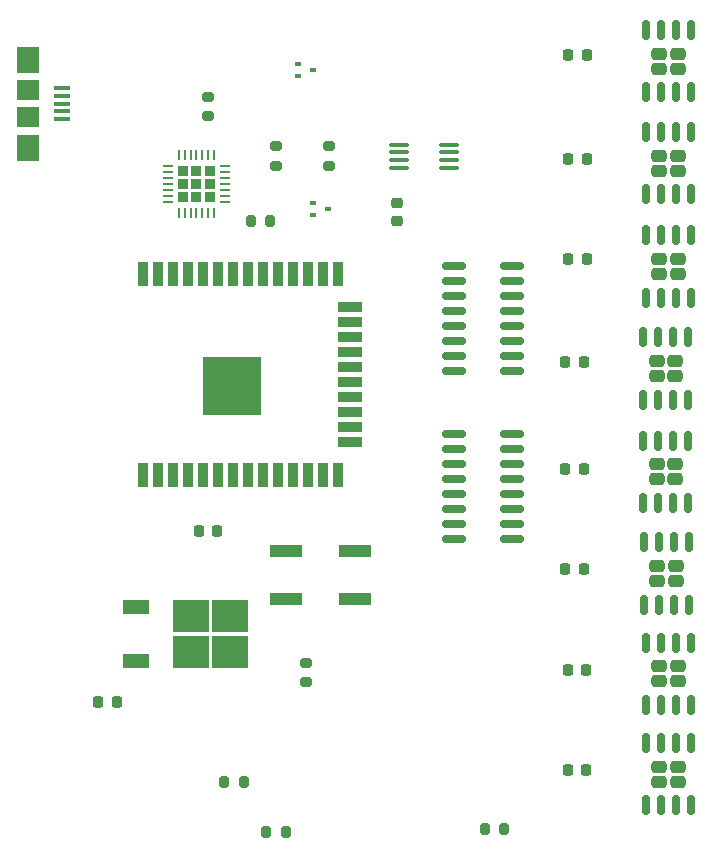
<source format=gbr>
%TF.GenerationSoftware,KiCad,Pcbnew,6.0.5-a6ca702e91~116~ubuntu20.04.1*%
%TF.CreationDate,2022-07-22T15:09:42-05:00*%
%TF.ProjectId,FormulaMixer_PCB-rounded,466f726d-756c-4614-9d69-7865725f5043,rev?*%
%TF.SameCoordinates,Original*%
%TF.FileFunction,Paste,Top*%
%TF.FilePolarity,Positive*%
%FSLAX46Y46*%
G04 Gerber Fmt 4.6, Leading zero omitted, Abs format (unit mm)*
G04 Created by KiCad (PCBNEW 6.0.5-a6ca702e91~116~ubuntu20.04.1) date 2022-07-22 15:09:42*
%MOMM*%
%LPD*%
G01*
G04 APERTURE LIST*
G04 Aperture macros list*
%AMRoundRect*
0 Rectangle with rounded corners*
0 $1 Rounding radius*
0 $2 $3 $4 $5 $6 $7 $8 $9 X,Y pos of 4 corners*
0 Add a 4 corners polygon primitive as box body*
4,1,4,$2,$3,$4,$5,$6,$7,$8,$9,$2,$3,0*
0 Add four circle primitives for the rounded corners*
1,1,$1+$1,$2,$3*
1,1,$1+$1,$4,$5*
1,1,$1+$1,$6,$7*
1,1,$1+$1,$8,$9*
0 Add four rect primitives between the rounded corners*
20,1,$1+$1,$2,$3,$4,$5,0*
20,1,$1+$1,$4,$5,$6,$7,0*
20,1,$1+$1,$6,$7,$8,$9,0*
20,1,$1+$1,$8,$9,$2,$3,0*%
G04 Aperture macros list end*
%ADD10R,0.900000X2.000000*%
%ADD11R,2.000000X0.900000*%
%ADD12R,5.000000X5.000000*%
%ADD13RoundRect,0.250000X-0.395000X0.255000X-0.395000X-0.255000X0.395000X-0.255000X0.395000X0.255000X0*%
%ADD14RoundRect,0.150000X-0.150000X0.662500X-0.150000X-0.662500X0.150000X-0.662500X0.150000X0.662500X0*%
%ADD15RoundRect,0.225000X0.225000X0.225000X-0.225000X0.225000X-0.225000X-0.225000X0.225000X-0.225000X0*%
%ADD16RoundRect,0.062500X0.337500X0.062500X-0.337500X0.062500X-0.337500X-0.062500X0.337500X-0.062500X0*%
%ADD17RoundRect,0.062500X0.062500X0.337500X-0.062500X0.337500X-0.062500X-0.337500X0.062500X-0.337500X0*%
%ADD18RoundRect,0.225000X-0.225000X-0.250000X0.225000X-0.250000X0.225000X0.250000X-0.225000X0.250000X0*%
%ADD19RoundRect,0.200000X0.275000X-0.200000X0.275000X0.200000X-0.275000X0.200000X-0.275000X-0.200000X0*%
%ADD20RoundRect,0.100000X-0.712500X-0.100000X0.712500X-0.100000X0.712500X0.100000X-0.712500X0.100000X0*%
%ADD21RoundRect,0.200000X0.200000X0.275000X-0.200000X0.275000X-0.200000X-0.275000X0.200000X-0.275000X0*%
%ADD22RoundRect,0.225000X-0.250000X0.225000X-0.250000X-0.225000X0.250000X-0.225000X0.250000X0.225000X0*%
%ADD23R,3.050000X2.750000*%
%ADD24R,2.200000X1.200000*%
%ADD25RoundRect,0.200000X-0.275000X0.200000X-0.275000X-0.200000X0.275000X-0.200000X0.275000X0.200000X0*%
%ADD26RoundRect,0.150000X-0.825000X-0.150000X0.825000X-0.150000X0.825000X0.150000X-0.825000X0.150000X0*%
%ADD27R,2.750000X1.000000*%
%ADD28R,0.510000X0.400000*%
%ADD29RoundRect,0.200000X-0.200000X-0.275000X0.200000X-0.275000X0.200000X0.275000X-0.200000X0.275000X0*%
%ADD30R,1.400000X0.400000*%
%ADD31R,1.900000X1.800000*%
%ADD32R,1.900000X2.300000*%
G04 APERTURE END LIST*
D10*
%TO.C,ESP32-WROOM-32D1*%
X66000000Y-86000000D03*
X67270000Y-86000000D03*
X68540000Y-86000000D03*
X69810000Y-86000000D03*
X71080000Y-86000000D03*
X72350000Y-86000000D03*
X73620000Y-86000000D03*
X74890000Y-86000000D03*
X76160000Y-86000000D03*
X77430000Y-86000000D03*
X78700000Y-86000000D03*
X79970000Y-86000000D03*
X81240000Y-86000000D03*
X82510000Y-86000000D03*
D11*
X83510000Y-83215000D03*
X83510000Y-81945000D03*
X83510000Y-80675000D03*
X83510000Y-79405000D03*
X83510000Y-78135000D03*
X83510000Y-76865000D03*
X83510000Y-75595000D03*
X83510000Y-74325000D03*
X83510000Y-73055000D03*
X83510000Y-71785000D03*
D10*
X82510000Y-69000000D03*
X81240000Y-69000000D03*
X79970000Y-69000000D03*
X78700000Y-69000000D03*
X77430000Y-69000000D03*
X76160000Y-69000000D03*
X74890000Y-69000000D03*
X73620000Y-69000000D03*
X72350000Y-69000000D03*
X71080000Y-69000000D03*
X69810000Y-69000000D03*
X68540000Y-69000000D03*
X67270000Y-69000000D03*
X66000000Y-69000000D03*
D12*
X73500000Y-78500000D03*
%TD*%
D13*
%TO.C,U4*%
X111250000Y-67750000D03*
X109650000Y-69010000D03*
X109650000Y-67750000D03*
X111250000Y-69010000D03*
D14*
X112355000Y-65742500D03*
X111085000Y-65742500D03*
X109815000Y-65742500D03*
X108545000Y-65742500D03*
X108545000Y-71017500D03*
X109815000Y-71017500D03*
X111085000Y-71017500D03*
X112355000Y-71017500D03*
%TD*%
D15*
%TO.C,CP1*%
X71620000Y-61380000D03*
X70500000Y-62500000D03*
X70500000Y-61380000D03*
X69380000Y-61380000D03*
X71620000Y-60260000D03*
X70500000Y-60260000D03*
X71620000Y-62500000D03*
X69380000Y-60260000D03*
X69380000Y-62500000D03*
D16*
X72950000Y-62880000D03*
X72950000Y-62380000D03*
X72950000Y-61880000D03*
X72950000Y-61380000D03*
X72950000Y-60880000D03*
X72950000Y-60380000D03*
X72950000Y-59880000D03*
D17*
X72000000Y-58930000D03*
X71500000Y-58930000D03*
X71000000Y-58930000D03*
X70500000Y-58930000D03*
X70000000Y-58930000D03*
X69500000Y-58930000D03*
X69000000Y-58930000D03*
D16*
X68050000Y-59880000D03*
X68050000Y-60380000D03*
X68050000Y-60880000D03*
X68050000Y-61380000D03*
X68050000Y-61880000D03*
X68050000Y-62380000D03*
X68050000Y-62880000D03*
D17*
X69000000Y-63830000D03*
X69500000Y-63830000D03*
X70000000Y-63830000D03*
X70500000Y-63830000D03*
X71000000Y-63830000D03*
X71500000Y-63830000D03*
X72000000Y-63830000D03*
%TD*%
D13*
%TO.C,U6*%
X111250000Y-102240000D03*
X111250000Y-103500000D03*
X109650000Y-102240000D03*
X109650000Y-103500000D03*
D14*
X112355000Y-100232500D03*
X111085000Y-100232500D03*
X109815000Y-100232500D03*
X108545000Y-100232500D03*
X108545000Y-105507500D03*
X109815000Y-105507500D03*
X111085000Y-105507500D03*
X112355000Y-105507500D03*
%TD*%
D13*
%TO.C,U10*%
X109500000Y-95010000D03*
X111100000Y-95010000D03*
X111100000Y-93750000D03*
X109500000Y-93750000D03*
D14*
X112205000Y-91742500D03*
X110935000Y-91742500D03*
X109665000Y-91742500D03*
X108395000Y-91742500D03*
X108395000Y-97017500D03*
X109665000Y-97017500D03*
X110935000Y-97017500D03*
X112205000Y-97017500D03*
%TD*%
D18*
%TO.C,C7*%
X101950000Y-102500000D03*
X103500000Y-102500000D03*
%TD*%
%TO.C,C8*%
X101950000Y-111000000D03*
X103500000Y-111000000D03*
%TD*%
%TO.C,C5*%
X101725000Y-85500000D03*
X103275000Y-85500000D03*
%TD*%
D19*
%TO.C,R4*%
X71500000Y-55650000D03*
X71500000Y-54000000D03*
%TD*%
%TO.C,R6*%
X77250000Y-59825000D03*
X77250000Y-58175000D03*
%TD*%
D18*
%TO.C,C9*%
X70725000Y-90750000D03*
X72275000Y-90750000D03*
%TD*%
%TO.C,C2*%
X101975000Y-59250000D03*
X103525000Y-59250000D03*
%TD*%
%TO.C,C4*%
X101725000Y-76500000D03*
X103275000Y-76500000D03*
%TD*%
D20*
%TO.C,MIC1*%
X87632500Y-58053000D03*
X87632500Y-59353000D03*
X91857500Y-59353000D03*
X91857500Y-58053000D03*
X91857500Y-60003000D03*
X91857500Y-58703000D03*
X87632500Y-58703000D03*
X87632500Y-60003000D03*
%TD*%
D21*
%TO.C,R7*%
X96575000Y-116000000D03*
X94925000Y-116000000D03*
%TD*%
D22*
%TO.C,C10*%
X87500000Y-63000000D03*
X87500000Y-64550000D03*
%TD*%
D21*
%TO.C,R8*%
X78075000Y-116250000D03*
X76425000Y-116250000D03*
%TD*%
D23*
%TO.C,U12*%
X73350000Y-101000000D03*
X70000000Y-97950000D03*
X70000000Y-101000000D03*
X73350000Y-97950000D03*
D24*
X65375000Y-97195000D03*
X65375000Y-101755000D03*
%TD*%
D13*
%TO.C,U3*%
X111235000Y-51630000D03*
X111235000Y-50370000D03*
X109635000Y-50370000D03*
X109635000Y-51630000D03*
D14*
X112340000Y-48362500D03*
X111070000Y-48362500D03*
X109800000Y-48362500D03*
X108530000Y-48362500D03*
X108530000Y-53637500D03*
X109800000Y-53637500D03*
X111070000Y-53637500D03*
X112340000Y-53637500D03*
%TD*%
D13*
%TO.C,U11*%
X111250000Y-110740000D03*
X109650000Y-112000000D03*
X111250000Y-112000000D03*
X109650000Y-110740000D03*
D14*
X112355000Y-108732500D03*
X111085000Y-108732500D03*
X109815000Y-108732500D03*
X108545000Y-108732500D03*
X108545000Y-114007500D03*
X109815000Y-114007500D03*
X111085000Y-114007500D03*
X112355000Y-114007500D03*
%TD*%
D18*
%TO.C,C11*%
X62200000Y-105250000D03*
X63750000Y-105250000D03*
%TD*%
D19*
%TO.C,R5*%
X81750000Y-59825000D03*
X81750000Y-58175000D03*
%TD*%
D25*
%TO.C,R1*%
X79750000Y-101925000D03*
X79750000Y-103575000D03*
%TD*%
D13*
%TO.C,U5*%
X111050000Y-85120000D03*
X109450000Y-86380000D03*
X109450000Y-85120000D03*
X111050000Y-86380000D03*
D14*
X112155000Y-83112500D03*
X110885000Y-83112500D03*
X109615000Y-83112500D03*
X108345000Y-83112500D03*
X108345000Y-88387500D03*
X109615000Y-88387500D03*
X110885000Y-88387500D03*
X112155000Y-88387500D03*
%TD*%
D26*
%TO.C,U1*%
X92275000Y-82555000D03*
X92275000Y-83825000D03*
X92275000Y-85095000D03*
X92275000Y-86365000D03*
X92275000Y-87635000D03*
X92275000Y-88905000D03*
X92275000Y-90175000D03*
X92275000Y-91445000D03*
X97225000Y-91445000D03*
X97225000Y-90175000D03*
X97225000Y-88905000D03*
X97225000Y-87635000D03*
X97225000Y-86365000D03*
X97225000Y-85095000D03*
X97225000Y-83825000D03*
X97225000Y-82555000D03*
%TD*%
D18*
%TO.C,C3*%
X101975000Y-67750000D03*
X103525000Y-67750000D03*
%TD*%
D13*
%TO.C,U9*%
X111050000Y-76370000D03*
X109450000Y-76370000D03*
X109450000Y-77630000D03*
X111050000Y-77630000D03*
D14*
X112155000Y-74362500D03*
X110885000Y-74362500D03*
X109615000Y-74362500D03*
X108345000Y-74362500D03*
X108345000Y-79637500D03*
X109615000Y-79637500D03*
X110885000Y-79637500D03*
X112155000Y-79637500D03*
%TD*%
D18*
%TO.C,C1*%
X101975000Y-50500000D03*
X103525000Y-50500000D03*
%TD*%
%TO.C,C6*%
X101725000Y-94000000D03*
X103275000Y-94000000D03*
%TD*%
D27*
%TO.C,SW3*%
X78120000Y-92500000D03*
X83880000Y-92500000D03*
X78120000Y-96500000D03*
X83880000Y-96500000D03*
%TD*%
D26*
%TO.C,U2*%
X92275000Y-68305000D03*
X92275000Y-69575000D03*
X92275000Y-70845000D03*
X92275000Y-72115000D03*
X92275000Y-73385000D03*
X92275000Y-74655000D03*
X92275000Y-75925000D03*
X92275000Y-77195000D03*
X97225000Y-77195000D03*
X97225000Y-75925000D03*
X97225000Y-74655000D03*
X97225000Y-73385000D03*
X97225000Y-72115000D03*
X97225000Y-70845000D03*
X97225000Y-69575000D03*
X97225000Y-68305000D03*
%TD*%
D21*
%TO.C,R2*%
X74500000Y-112000000D03*
X72850000Y-112000000D03*
%TD*%
D28*
%TO.C,Q2*%
X80355000Y-63000000D03*
X80355000Y-64000000D03*
X81645000Y-63500000D03*
%TD*%
D29*
%TO.C,R3*%
X75100000Y-64500000D03*
X76750000Y-64500000D03*
%TD*%
D30*
%TO.C,USB_MICRO1*%
X59100000Y-53300000D03*
X59100000Y-53950000D03*
X59100000Y-54600000D03*
X59100000Y-55250000D03*
X59100000Y-55900000D03*
D31*
X56250000Y-53450000D03*
D32*
X56250000Y-50850000D03*
X56250000Y-58350000D03*
D31*
X56250000Y-55750000D03*
%TD*%
D13*
%TO.C,U8*%
X111250000Y-60260000D03*
X111250000Y-59000000D03*
X109650000Y-60260000D03*
X109650000Y-59000000D03*
D14*
X112355000Y-56992500D03*
X111085000Y-56992500D03*
X109815000Y-56992500D03*
X108545000Y-56992500D03*
X108545000Y-62267500D03*
X109815000Y-62267500D03*
X111085000Y-62267500D03*
X112355000Y-62267500D03*
%TD*%
D28*
%TO.C,Q1*%
X79105000Y-51250000D03*
X79105000Y-52250000D03*
X80395000Y-51750000D03*
%TD*%
M02*

</source>
